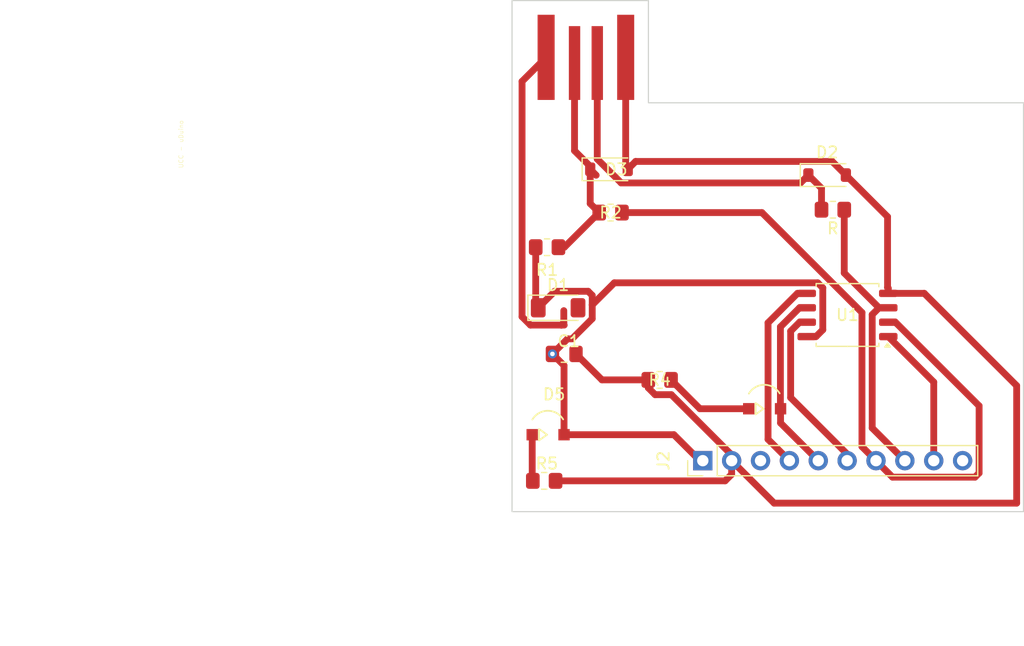
<source format=kicad_pcb>
(kicad_pcb (version 20241229) (generator "pcbnew") (generator_version "9.0")
  (layers (0 "F.Cu" signal) (2 "B.Cu" signal) (13 "F.Paste" user) (15 "B.Paste" user) (5 "F.SilkS" user "F.Silkscreen") (7 "B.SilkS" user "B.Silkscreen") (1 "F.Mask" user) (3 "B.Mask" user) (25 "Edge.Cuts" user))
  (net 0 "")
  (net 1 "GND")
  (net 2 "+5V")
  (net 3 "unconnected-(D1-A-Pad2)")
  (net 4 "Net-(D5-K)")
  (net 5 "Net-(J1-VBUS)")
  (net 6 "Net-(J2-Pin_4)")
  (net 7 "Net-(J2-Pin_7)")
  (net 8 "Net-(J2-Pin_6)")
  (net 10 "Net-(J2-Pin_9)")
  (net 12 "Net-(J2-Pin_8)")
  (net 13 "Net-(D4-A)")
  (net 14 "Net-(D4-K)")
  (footprint "Package_SO:SOIC-8_5.3x5.3mm_P1.27mm" (layer "F.Cu") (at 62.5155 127.635 180)
    (property "Reference" "U1" (at 0 0 0) (layer "F.SilkS"))
    (property "Value" "ATtiny85-20S")
    (fp_line (start 2.76 2.76) (end 2.76 2.49) (stroke (width 0.12)) (layer "F.SilkS"))
    (fp_line (start 2.76 -2.76) (end 2.76 -2.49) (stroke (width 0.12)) (layer "F.SilkS"))
    (fp_line (start 0 2.76) (end 2.76 2.76) (stroke (width 0.12)) (layer "F.SilkS"))
    (fp_line (start 0 2.76) (end -2.76 2.76) (stroke (width 0.12)) (layer "F.SilkS"))
    (fp_line (start 0 -2.76) (end 2.76 -2.76) (stroke (width 0.12)) (layer "F.SilkS"))
    (fp_line (start 0 -2.76) (end -2.76 -2.76) (stroke (width 0.12)) (layer "F.SilkS"))
    (fp_line (start -2.76 2.76) (end -2.76 2.49) (stroke (width 0.12)) (layer "F.SilkS"))
    (fp_line (start -2.76 -2.76) (end -2.76 -2.49) (stroke (width 0.12)) (layer "F.SilkS"))
    (fp_poly (pts (xy -3.525 -2.49) (xy -3.765 -2.82) (xy -3.285 -2.82) (xy -3.525 -2.49)) (stroke (width 0.12)) (fill yes) (layer "F.SilkS"))
    (pad "1" smd roundrect (at -3.5875 -1.905 180) (size 1.625 0.65) (layers "F.Cu" "F.Mask" "F.Paste") (net 10 "Net-(J2-Pin_9)"))
    (pad "2" smd roundrect (at -3.5875 -0.635 180) (size 1.625 0.65) (layers "F.Cu" "F.Mask" "F.Paste") (net 7 "Net-(J2-Pin_7)"))
    (pad "3" smd roundrect (at -3.5875 0.635 180) (size 1.625 0.65) (layers "F.Cu" "F.Mask" "F.Paste") (net 12 "Net-(J2-Pin_8)"))
    (pad "4" smd roundrect (at -3.5875 1.905 180) (size 1.625 0.65) (layers "F.Cu" "F.Mask" "F.Paste") (net 1 "GND"))
    (pad "5" smd roundrect (at 3.5875 1.905 180) (size 1.625 0.65) (layers "F.Cu" "F.Mask" "F.Paste") (net 6 "Net-(J2-Pin_4)"))
    (pad "6" smd roundrect (at 3.5875 0.635 180) (size 1.625 0.65) (layers "F.Cu" "F.Mask" "F.Paste") (net 13 "Net-(D4-A)"))
    (pad "7" smd roundrect (at 3.5875 -0.635 180) (size 1.625 0.65) (layers "F.Cu" "F.Mask" "F.Paste") (net 8 "Net-(J2-Pin_6)"))
    (pad "8" smd roundrect (at 3.5875 -1.905 180) (size 1.625 0.65) (layers "F.Cu" "F.Mask" "F.Paste") (net 2 "+5V"))
  )
  (footprint "ledSmd:ledSMD" (layer "F.Cu") (at 36.576 138.176)
    (property "Reference" "D5" (at 0.125 -3.55 0) (layer "F.SilkS"))
    (property "Value" "LED")
    (fp_line (start -1.2 0.5) (end -1.2 -0.5) (stroke (width 0.15)) (layer "F.SilkS"))
    (fp_line (start -1.15 -0.475) (end -0.5 0) (stroke (width 0.15)) (layer "F.SilkS"))
    (fp_line (start -0.5 0) (end -1.2 0.5) (stroke (width 0.15)) (layer "F.SilkS"))
    (fp_arc (start -1.786089 -1.331572) (mid -0.435753 -2.107089) (end 0.924999 -1.349999) (stroke (width 0.15)) (layer "F.SilkS"))
    (pad "1" smd rect (at -1.8 0) (size 1 1) (layers "F.Cu" "F.Mask" "F.Paste") (net 4 "Net-(D5-K)"))
    (pad "2" smd rect (at 1 0) (size 1 1) (layers "F.Cu" "F.Mask" "F.Paste") (net 2 "+5V"))
  )
  (footprint "embeddedPcbUsb:USB_A_UCC" (layer "F.Cu") (at 39.5 105.15 -90)
    (property "Reference" "J1" (hide yes))
    (property "Value" "Pcb USB type A" (hide yes))
    (fp_text user "UCC - uDuino" (at 5.32 35.845 90) (layer "F.SilkS") (effects (font (size 0.38608 0.38608) (thickness 0.032512)) (justify right top)))
    (pad "1" smd rect (at -0.2 3.5 270) (size 7.5 1.5) (layers "F.Cu" "F.Mask" "F.Paste") (net 5 "Net-(J1-VBUS)"))
    (pad "2" smd rect (at 0.3 1 270) (size 6.5 1) (layers "F.Cu" "F.Mask" "F.Paste") (net 2 "+5V"))
    (pad "3" smd rect (at 0.3 -1 270) (size 6.5 1) (layers "F.Cu" "F.Mask" "F.Paste") (net 2 "+5V"))
    (pad "4" smd rect (at -0.2 -3.5 270) (size 7.5 1.5) (layers "F.Cu" "F.Mask" "F.Paste") (net 1 "GND"))
  )
  (footprint "Capacitor_SMD:C_0805_2012Metric_Pad1.18x1.45mm_HandSolder" (layer "F.Cu") (at 37.592 131.064)
    (property "Reference" "C1" (at 0.395 -1.12 0) (layer "F.SilkS"))
    (property "Value" "C")
    (fp_line (start -0.261252 -0.735) (end 0.261252 -0.735) (stroke (width 0.12)) (layer "F.SilkS"))
    (fp_line (start -0.261252 0.735) (end 0.261252 0.735) (stroke (width 0.12)) (layer "F.SilkS"))
    (pad "1" smd roundrect (at -1.0375 0) (size 1.175 1.45) (layers "F.Cu" "F.Mask" "F.Paste") (roundrect_rratio 0.212766) (net 2 "+5V"))
    (pad "2" smd roundrect (at 1.0375 0) (size 1.175 1.45) (layers "F.Cu" "F.Mask" "F.Paste") (roundrect_rratio 0.212766) (net 1 "GND"))
  )
  (footprint "Diode_SMD:D_SOD-123" (layer "F.Cu") (at 41.53 114.808)
    (property "Reference" "D3" (at 0.65 0 0) (layer "F.SilkS"))
    (property "Value" "D")
    (fp_line (start -2.36 -1) (end -2.36 1) (stroke (width 0.12)) (layer "F.SilkS"))
    (fp_line (start -2.36 -1) (end 1.65 -1) (stroke (width 0.12)) (layer "F.SilkS"))
    (fp_line (start -2.36 1) (end 1.65 1) (stroke (width 0.12)) (layer "F.SilkS"))
    (pad "1" smd roundrect (at -1.65 0) (size 0.9 1.2) (layers "F.Cu" "F.Mask" "F.Paste") (net 2 "+5V"))
    (pad "2" smd roundrect (at 1.65 0) (size 0.9 1.2) (layers "F.Cu" "F.Mask" "F.Paste") (net 1 "GND"))
  )
  (footprint "Connector_PinHeader_2.54mm:PinHeader_1x10_P2.54mm_Vertical" (layer "F.Cu") (at 49.784 140.462 90)
    (property "Reference" "J2" (at 0 -3.46 90) (layer "F.SilkS"))
    (property "Value" "Header")
    (fp_line (start -1.33 -1.33) (end 0 -1.33) (stroke (width 0.12)) (layer "F.SilkS"))
    (fp_line (start -1.33 0) (end -1.33 -1.33) (stroke (width 0.12)) (layer "F.SilkS"))
    (fp_line (start 1.33 1.27) (end 1.33 24.19) (stroke (width 0.12)) (layer "F.SilkS"))
    (fp_line (start -1.33 1.27) (end 1.33 1.27) (stroke (width 0.12)) (layer "F.SilkS"))
    (fp_line (start -1.33 1.27) (end -1.33 24.19) (stroke (width 0.12)) (layer "F.SilkS"))
    (fp_line (start -1.33 24.19) (end 1.33 24.19) (stroke (width 0.12)) (layer "F.SilkS"))
    (pad "1" thru_hole rect (at 0 0 90) (size 1.7 1.7) (drill 1) (layers "*.Cu" "*.Mask") (net 2 "+5V"))
    (pad "2" thru_hole oval (at 0 2.54 90) (size 1.7 1.7) (drill 1) (layers "*.Cu" "*.Mask") (net 1 "GND"))
    (pad "3" thru_hole oval (at 0 5.08 90) (size 1.7 1.7) (drill 1) (layers "*.Cu" "*.Mask"))
    (pad "4" thru_hole oval (at 0 7.62 90) (size 1.7 1.7) (drill 1) (layers "*.Cu" "*.Mask") (net 6 "Net-(J2-Pin_4)"))
    (pad "5" thru_hole oval (at 0 10.16 90) (size 1.7 1.7) (drill 1) (layers "*.Cu" "*.Mask") (net 13 "Net-(D4-A)"))
    (pad "6" thru_hole oval (at 0 12.7 90) (size 1.7 1.7) (drill 1) (layers "*.Cu" "*.Mask") (net 8 "Net-(J2-Pin_6)"))
    (pad "7" thru_hole oval (at 0 15.24 90) (size 1.7 1.7) (drill 1) (layers "*.Cu" "*.Mask") (net 7 "Net-(J2-Pin_7)"))
    (pad "8" thru_hole oval (at 0 17.78 90) (size 1.7 1.7) (drill 1) (layers "*.Cu" "*.Mask") (net 12 "Net-(J2-Pin_8)"))
    (pad "9" thru_hole oval (at 0 20.32 90) (size 1.7 1.7) (drill 1) (layers "*.Cu" "*.Mask") (net 10 "Net-(J2-Pin_9)"))
    (pad "10" thru_hole oval (at 0 22.86 90) (size 1.7 1.7) (drill 1) (layers "*.Cu" "*.Mask"))
  )
  (footprint "Resistor_SMD:R_0805_2012Metric_Pad1.20x1.40mm_HandSolder" (layer "F.Cu") (at 45.99 133.35)
    (property "Reference" "R4" (at 0 0 0) (layer "F.SilkS"))
    (property "Value" "330Ω 5% 1/8W")
    (fp_line (start -0.227064 -0.735) (end 0.227064 -0.735) (stroke (width 0.12)) (layer "F.SilkS"))
    (fp_line (start -0.227064 0.735) (end 0.227064 0.735) (stroke (width 0.12)) (layer "F.SilkS"))
    (pad "1" smd roundrect (at -1 0) (size 1.2 1.4) (layers "F.Cu" "F.Mask" "F.Paste") (roundrect_rratio 0.208333) (net 1 "GND"))
    (pad "2" smd roundrect (at 1 0) (size 1.2 1.4) (layers "F.Cu" "F.Mask" "F.Paste") (roundrect_rratio 0.208333) (net 14 "Net-(D4-K)"))
  )
  (footprint "Resistor_SMD:R_0805_2012Metric_Pad1.20x1.40mm_HandSolder" (layer "F.Cu") (at 35.83 142.24)
    (property "Reference" "R5" (at 0.238 -1.524 0) (layer "F.SilkS"))
    (property "Value" "330Ω 5% 1/8W")
    (fp_line (start -0.227064 -0.735) (end 0.227064 -0.735) (stroke (width 0.12)) (layer "F.SilkS"))
    (fp_line (start -0.227064 0.735) (end 0.227064 0.735) (stroke (width 0.12)) (layer "F.SilkS"))
    (pad "1" smd roundrect (at -1 0) (size 1.2 1.4) (layers "F.Cu" "F.Mask" "F.Paste") (roundrect_rratio 0.208333) (net 4 "Net-(D5-K)"))
    (pad "2" smd roundrect (at 1 0) (size 1.2 1.4) (layers "F.Cu" "F.Mask" "F.Paste") (roundrect_rratio 0.208333) (net 1 "GND"))
  )
  (footprint "Diode_SMD:D_MiniMELF" (layer "F.Cu") (at 37.056 127)
    (property "Reference" "D1" (at 0 -2 0) (layer "F.SilkS"))
    (property "Value" "D_Filled")
    (fp_line (start -2.66 -1.11) (end -2.66 1.11) (stroke (width 0.12)) (layer "F.SilkS"))
    (fp_line (start -2.66 1.11) (end 1.75 1.11) (stroke (width 0.12)) (layer "F.SilkS"))
    (fp_line (start 1.75 -1.11) (end -2.66 -1.11) (stroke (width 0.12)) (layer "F.SilkS"))
    (pad "1" smd roundrect (at -1.75 0) (size 1.3 1.7) (layers "F.Cu" "F.Mask" "F.Paste") (roundrect_rratio 0.1923076923) (net 2 "+5V"))
    (pad "2" smd roundrect (at 1.75 0) (size 1.3 1.7) (layers "F.Cu" "F.Mask" "F.Paste") (roundrect_rratio 0.1923076923) (net 3 "unconnected-(D1-A-Pad2)"))
  )
  (footprint "Resistor_SMD:R_0805_2012Metric_Pad1.20x1.40mm_HandSolder" (layer "F.Cu") (at 61.23 118.364 180)
    (property "Reference" "R" (at 0 -1.65 0) (layer "F.SilkS"))
    (property "Value" "R")
    (fp_line (start -0.227064 0.735) (end 0.227064 0.735) (stroke (width 0.12)) (layer "F.SilkS"))
    (fp_line (start -0.227064 -0.735) (end 0.227064 -0.735) (stroke (width 0.12)) (layer "F.SilkS"))
    (pad "1" smd roundrect (at -1 0 180) (size 1.2 1.4) (layers "F.Cu" "F.Mask" "F.Paste") (roundrect_rratio 0.208333) (net 12 "Net-(J2-Pin_8)"))
    (pad "2" smd roundrect (at 1 0 180) (size 1.2 1.4) (layers "F.Cu" "F.Mask" "F.Paste") (roundrect_rratio 0.208333) (net 2 "+5V"))
  )
  (footprint "Diode_SMD:D_SOD-123" (layer "F.Cu") (at 60.722 115.316)
    (property "Reference" "D2" (at 0 -2 0) (layer "F.SilkS"))
    (property "Value" "3.6V 1/2mw")
    (fp_line (start -2.36 -1) (end -2.36 1) (stroke (width 0.12)) (layer "F.SilkS"))
    (fp_line (start -2.36 -1) (end 1.65 -1) (stroke (width 0.12)) (layer "F.SilkS"))
    (fp_line (start -2.36 1) (end 1.65 1) (stroke (width 0.12)) (layer "F.SilkS"))
    (pad "1" smd roundrect (at -1.65 0) (size 0.9 1.2) (layers "F.Cu" "F.Mask" "F.Paste") (net 2 "+5V"))
    (pad "2" smd roundrect (at 1.65 0) (size 0.9 1.2) (layers "F.Cu" "F.Mask" "F.Paste") (net 1 "GND"))
  )
  (footprint "Resistor_SMD:R_0805_2012Metric_Pad1.20x1.40mm_HandSolder" (layer "F.Cu") (at 36.084 121.666)
    (property "Reference" "R1" (at 0 2 0) (layer "F.SilkS"))
    (property "Value" "1/5KΩ 5% 1/8W")
    (fp_line (start -0.227064 -0.735) (end 0.227064 -0.735) (stroke (width 0.12)) (layer "F.SilkS"))
    (fp_line (start -0.227064 0.735) (end 0.227064 0.735) (stroke (width 0.12)) (layer "F.SilkS"))
    (pad "1" smd roundrect (at -1 0) (size 1.2 1.4) (layers "F.Cu" "F.Mask" "F.Paste") (roundrect_rratio 0.208333) (net 2 "+5V"))
    (pad "2" smd roundrect (at 1 0) (size 1.2 1.4) (layers "F.Cu" "F.Mask" "F.Paste") (roundrect_rratio 0.208333) (net 2 "+5V"))
  )
  (footprint "ledSmd:ledSMD" (layer "F.Cu") (at 55.626 135.89)
    (property "Reference" "R3" (hide yes))
    (property "Value" "Led green")
    (fp_line (start -1.2 0.5) (end -1.2 -0.5) (stroke (width 0.15)) (layer "F.SilkS"))
    (fp_line (start -1.15 -0.475) (end -0.5 0) (stroke (width 0.15)) (layer "F.SilkS"))
    (fp_line (start -0.5 0) (end -1.2 0.5) (stroke (width 0.15)) (layer "F.SilkS"))
    (fp_arc (start -1.786089 -1.331572) (mid -0.435753 -2.107089) (end 0.924999 -1.349999) (stroke (width 0.15)) (layer "F.SilkS"))
    (pad "1" smd rect (at -1.8 0) (size 1 1) (layers "F.Cu" "F.Mask" "F.Paste") (net 14 "Net-(D4-K)"))
    (pad "2" smd rect (at 1 0) (size 1 1) (layers "F.Cu" "F.Mask" "F.Paste") (net 13 "Net-(D4-A)"))
  )
  (footprint "Resistor_SMD:R_0805_2012Metric_Pad1.20x1.40mm_HandSolder" (layer "F.Cu") (at 41.672 118.618 180)
    (property "Reference" "R2" (at 0 0 0) (layer "F.SilkS"))
    (property "Value" "R")
    (fp_line (start -0.227064 0.735) (end 0.227064 0.735) (stroke (width 0.12)) (layer "F.SilkS"))
    (fp_line (start -0.227064 -0.735) (end 0.227064 -0.735) (stroke (width 0.12)) (layer "F.SilkS"))
    (pad "1" smd roundrect (at -1 0 180) (size 1.2 1.4) (layers "F.Cu" "F.Mask" "F.Paste") (roundrect_rratio 0.208333) (net 7 "Net-(J2-Pin_7)"))
    (pad "2" smd roundrect (at 1 0 180) (size 1.2 1.4) (layers "F.Cu" "F.Mask" "F.Paste") (roundrect_rratio 0.208333) (net 2 "+5V"))
  )
  (gr_poly (pts (xy 33 99.95) (xy 45 99.95) (xy 45 108.95) (xy 78 108.95) (xy 78 144.95) (xy 33 144.95)) (stroke (width 0.1)) (fill no) (layer "Edge.Cuts"))
  (segment (start 66.103 125.73) (end 66.802 125.73) (width 0.6) (layer "F.Cu") (net 1))
  (segment (start 77.399 144.201) (end 56.063 144.201) (width 0.6) (layer "F.Cu") (net 1))
  (segment (start 36.83 142.24) (end 51.748081 142.24) (width 0.6) (layer "F.Cu") (net 1))
  (segment (start 44.99 134.05) (end 44.99 133.35) (width 0.6) (layer "F.Cu") (net 1))
  (segment (start 47.016794 134.651) (end 45.591 134.651) (width 0.6) (layer "F.Cu") (net 1))
  (segment (start 43 104.95) (end 43 114.628) (width 0.6) (layer "F.Cu") (net 1))
  (segment (start 61.171 114.115) (end 62.372 115.316) (width 0.6) (layer "F.Cu") (net 1))
  (segment (start 40.9155 133.35) (end 38.6295 131.064) (width 0.6) (layer "F.Cu") (net 1))
  (segment (start 66.04 118.984) (end 66.04 125.222) (width 0.6) (layer "F.Cu") (net 1))
  (segment (start 51.748081 142.24) (end 52.324 141.664081) (width 0.6) (layer "F.Cu") (net 1))
  (segment (start 43.18 114.808) (end 43.873 114.115) (width 0.6) (layer "F.Cu") (net 1))
  (segment (start 52.324 139.958206) (end 47.016794 134.651) (width 0.6) (layer "F.Cu") (net 1))
  (segment (start 66.103 125.285) (end 66.103 125.73) (width 0.6) (layer "F.Cu") (net 1))
  (segment (start 52.324 140.462) (end 52.324 139.958206) (width 0.6) (layer "F.Cu") (net 1))
  (segment (start 69.271 125.73) (end 77.399 133.858) (width 0.6) (layer "F.Cu") (net 1))
  (segment (start 52.324 141.664081) (end 52.324 140.462) (width 0.6) (layer "F.Cu") (net 1))
  (segment (start 56.063 144.201) (end 52.324 140.462) (width 0.6) (layer "F.Cu") (net 1))
  (segment (start 43 114.628) (end 43.18 114.808) (width 0.6) (layer "F.Cu") (net 1))
  (segment (start 66.04 125.222) (end 66.103 125.285) (width 0.6) (layer "F.Cu") (net 1))
  (segment (start 43.873 114.115) (end 61.171 114.115) (width 0.6) (layer "F.Cu") (net 1))
  (segment (start 44.99 133.35) (end 40.9155 133.35) (width 0.6) (layer "F.Cu") (net 1))
  (segment (start 77.399 133.858) (end 77.399 144.201) (width 0.6) (layer "F.Cu") (net 1))
  (segment (start 62.372 115.316) (end 66.04 118.984) (width 0.6) (layer "F.Cu") (net 1))
  (segment (start 45.591 134.651) (end 44.99 134.05) (width 0.6) (layer "F.Cu") (net 1))
  (segment (start 66.103 125.73) (end 69.271 125.73) (width 0.6) (layer "F.Cu") (net 1))
  (segment (start 40.057 126.746) (end 40.057 127.959424) (width 0.6) (layer "F.Cu") (net 2))
  (segment (start 40.5 113.902374) (end 40.5 105.45) (width 0.6) (layer "F.Cu") (net 2))
  (segment (start 38.5 113.172) (end 38.5 105.45) (width 0.6) (layer "F.Cu") (net 2))
  (segment (start 59.072 115.316) (end 58.379 116.009) (width 0.6) (layer "F.Cu") (net 2))
  (segment (start 47.244 138.176) (end 37.576 138.176) (width 0.6) (layer "F.Cu") (net 2))
  (segment (start 36.5545 131.064) (end 36.81925 131.32875) (width 0.6) (layer "F.Cu") (net 2))
  (segment (start 59.740499 129.54) (end 60.3415 128.938999) (width 0.6) (layer "F.Cu") (net 2))
  (segment (start 40.057 127.959424) (end 38.278424 129.738) (width 0.6) (layer "F.Cu") (net 2))
  (segment (start 41.999 124.804) (end 40.057 126.746) (width 0.6) (layer "F.Cu") (net 2))
  (segment (start 60.3415 125.246746) (end 59.898754 124.804) (width 0.6) (layer "F.Cu") (net 2))
  (segment (start 35.084 121.666) (end 35.084 126.778) (width 0.6) (layer "F.Cu") (net 2))
  (segment (start 37.084 121.666) (end 37.608 121.666) (width 0.6) (layer "F.Cu") (net 2))
  (segment (start 60.23 118.364) (end 60.23 116.474) (width 0.6) (layer "F.Cu") (net 2))
  (segment (start 49.53 140.462) (end 47.244 138.176) (width 0.6) (layer "F.Cu") (net 2))
  (segment (start 40.656 118.618) (end 37.608 121.666) (width 0.6) (layer "F.Cu") (net 2))
  (segment (start 37.576 138.176) (end 37.576 132.0855) (width 0.6) (layer "F.Cu") (net 2))
  (segment (start 59.898754 124.804) (end 41.999 124.804) (width 0.6) (layer "F.Cu") (net 2))
  (segment (start 37.576 132.0855) (end 36.5545 131.064) (width 0.6) (layer "F.Cu") (net 2))
  (segment (start 35.084 126.778) (end 35.306 127) (width 0.6) (layer "F.Cu") (net 2))
  (segment (start 40.057 125.909) (end 40.057 126.746) (width 0.6) (layer "F.Cu") (net 2))
  (segment (start 39.88 117.826) (end 40.672 118.618) (width 0.6) (layer "F.Cu") (net 2))
  (segment (start 39.88 114.808) (end 39.88 117.826) (width 0.6) (layer "F.Cu") (net 2))
  (segment (start 58.928 129.54) (end 59.740499 129.54) (width 0.6) (layer "F.Cu") (net 2))
  (segment (start 39.697 125.549) (end 40.057 125.909) (width 0.6) (layer "F.Cu") (net 2))
  (segment (start 39.88 114.808) (end 39.88 114.552) (width 0.6) (layer "F.Cu") (net 2))
  (segment (start 37.8805 129.738) (end 36.5545 131.064) (width 0.6) (layer "F.Cu") (net 2))
  (segment (start 35.306 127) (end 36.757 125.549) (width 0.6) (layer "F.Cu") (net 2))
  (segment (start 60.3415 128.938999) (end 60.3415 125.246746) (width 0.6) (layer "F.Cu") (net 2))
  (segment (start 42.606626 116.009) (end 40.5 113.902374) (width 0.6) (layer "F.Cu") (net 2))
  (segment (start 36.757 125.549) (end 39.697 125.549) (width 0.6) (layer "F.Cu") (net 2))
  (segment (start 39.88 114.552) (end 38.5 113.172) (width 0.6) (layer "F.Cu") (net 2))
  (segment (start 40.402 115.33) (end 39.88 114.808) (width 0.6) (layer "F.Cu") (net 2))
  (segment (start 60.23 116.474) (end 59.072 115.316) (width 0.6) (layer "F.Cu") (net 2))
  (segment (start 40.672 118.618) (end 40.656 118.618) (width 0.6) (layer "F.Cu") (net 2))
  (segment (start 38.278424 129.738) (end 37.8805 129.738) (width 0.6) (layer "F.Cu") (net 2))
  (segment (start 58.379 116.009) (end 42.606626 116.009) (width 0.6) (layer "F.Cu") (net 2))
  (segment (start 49.784 140.462) (end 49.53 140.462) (width 0.6) (layer "F.Cu") (net 2))
  (via (at 36.5545 131.064) (size 0.8) (drill 0.4) (layers "F.Cu" "B.Cu") (net 2))
  (segment (start 38.862 127) (end 39.116 127.254) (width 0.6) (layer "F.Cu") (net 3))
  (segment (start 38.806 127) (end 38.862 127) (width 0.6) (layer "F.Cu") (net 3))
  (segment (start 34.776 142.186) (end 34.83 142.24) (width 0.6) (layer "F.Cu") (net 4))
  (segment (start 34.776 138.176) (end 34.776 142.186) (width 0.6) (layer "F.Cu") (net 4))
  (segment (start 33.883 107.067) (end 33.883 127.787424) (width 0.6) (layer "F.Cu") (net 5))
  (segment (start 36 104.95) (end 33.883 107.067) (width 0.6) (layer "F.Cu") (net 5))
  (segment (start 37.338 128.524) (end 37.555 128.307) (width 0.6) (layer "F.Cu") (net 5))
  (segment (start 33.883 127.787424) (end 34.619576 128.524) (width 0.6) (layer "F.Cu") (net 5))
  (segment (start 37.555 128.307) (end 37.555 127.254) (width 0.6) (layer "F.Cu") (net 5))
  (segment (start 37.338 128.524) (end 37.592 128.524) (width 0.6) (layer "F.Cu") (net 5))
  (segment (start 34.619576 128.524) (end 37.338 128.524) (width 0.6) (layer "F.Cu") (net 5))
  (segment (start 55.525 128.320501) (end 55.525 138.583) (width 0.6) (layer "F.Cu") (net 6))
  (segment (start 55.525 138.583) (end 57.404 140.462) (width 0.6) (layer "F.Cu") (net 6))
  (segment (start 58.115501 125.73) (end 55.525 128.320501) (width 0.6) (layer "F.Cu") (net 6))
  (segment (start 58.928 125.73) (end 58.115501 125.73) (width 0.6) (layer "F.Cu") (net 6))
  (segment (start 74.095 135.635246) (end 74.095 141.551) (width 0.6) (layer "F.Cu") (net 7))
  (segment (start 63.788501 139.226501) (end 65.024 140.462) (width 0.6) (layer "F.Cu") (net 7))
  (segment (start 63.788501 127.419541) (end 63.788501 139.226501) (width 0.6) (layer "F.Cu") (net 7))
  (segment (start 73.733 141.913) (end 66.475 141.913) (width 0.6) (layer "F.Cu") (net 7))
  (segment (start 66.103 128.27) (end 66.729754 128.27) (width 0.6) (layer "F.Cu") (net 7))
  (segment (start 66.475 141.913) (end 65.024 140.462) (width 0.6) (layer "F.Cu") (net 7))
  (segment (start 74.095 141.551) (end 73.733 141.913) (width 0.6) (layer "F.Cu") (net 7))
  (segment (start 66.729754 128.27) (end 74.095 135.635246) (width 0.6) (layer "F.Cu") (net 7))
  (segment (start 54.98696 118.618) (end 63.788501 127.419541) (width 0.6) (layer "F.Cu") (net 7))
  (segment (start 42.672 118.618) (end 54.98696 118.618) (width 0.6) (layer "F.Cu") (net 7))
  (segment (start 62.484 139.881) (end 62.484 140.462) (width 0.6) (layer "F.Cu") (net 8))
  (segment (start 58.928 128.27) (end 58.301246 128.27) (width 0.6) (layer "F.Cu") (net 8))
  (segment (start 57.5145 129.056746) (end 57.5145 134.9115) (width 0.6) (layer "F.Cu") (net 8))
  (segment (start 58.301246 128.27) (end 57.5145 129.056746) (width 0.6) (layer "F.Cu") (net 8))
  (segment (start 57.5145 134.9115) (end 62.484 139.881) (width 0.6) (layer "F.Cu") (net 8))
  (segment (start 66.103 129.54) (end 70.104 133.541) (width 0.6) (layer "F.Cu") (net 10))
  (segment (start 70.104 133.541) (end 70.104 140.462) (width 0.6) (layer "F.Cu") (net 10))
  (segment (start 62.23 123.939499) (end 62.23 118.364) (width 0.6) (layer "F.Cu") (net 12))
  (segment (start 65.290501 127) (end 62.23 123.939499) (width 0.6) (layer "F.Cu") (net 12))
  (segment (start 64.6895 127.601001) (end 65.290501 127) (width 0.6) (layer "F.Cu") (net 12))
  (segment (start 67.564 140.462) (end 64.6895 137.5875) (width 0.6) (layer "F.Cu") (net 12))
  (segment (start 66.103 127) (end 65.290501 127) (width 0.6) (layer "F.Cu") (net 12))
  (segment (start 64.6895 137.5875) (end 64.6895 127.601001) (width 0.6) (layer "F.Cu") (net 12))
  (segment (start 56.626 135.89) (end 56.626 137.144) (width 0.6) (layer "F.Cu") (net 13))
  (segment (start 56.6135 135.8775) (end 56.626 135.89) (width 0.6) (layer "F.Cu") (net 13))
  (segment (start 58.29704 127) (end 56.6135 128.68354) (width 0.6) (layer "F.Cu") (net 13))
  (segment (start 56.626 137.144) (end 59.944 140.462) (width 0.6) (layer "F.Cu") (net 13))
  (segment (start 56.6135 128.68354) (end 56.6135 135.8775) (width 0.6) (layer "F.Cu") (net 13))
  (segment (start 58.928 127) (end 58.29704 127) (width 0.6) (layer "F.Cu") (net 13))
  (via (at 59.944 140.462) (size 0.8) (drill 0.4) (layers "F.Cu" "B.Cu") (net 13))
  (segment (start 49.53 135.89) (end 46.99 133.35) (width 0.6) (layer "F.Cu") (net 14))
  (segment (start 53.826 135.89) (end 49.53 135.89) (width 0.6) (layer "F.Cu") (net 14))
)
</source>
